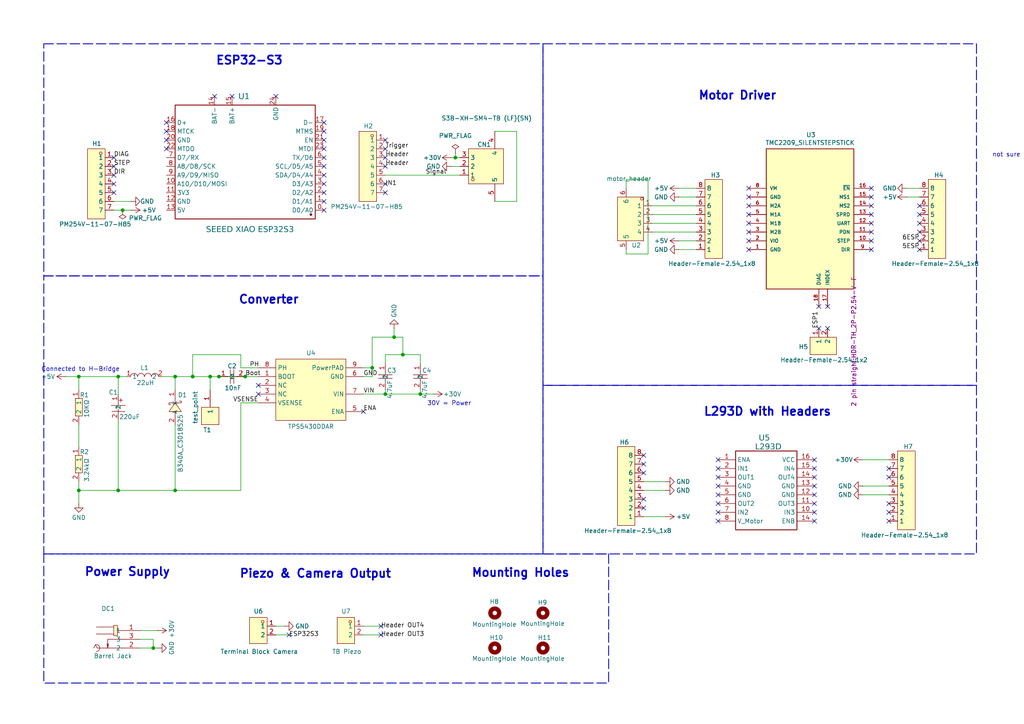
<source format=kicad_sch>
(kicad_sch (version 20231120) (generator "eeschema") (generator_version "8.0")
  (paper "A4")
  (lib_symbols
    (symbol "10kO resistor:MF1_4W-10KΩ±1%T52"
      (property "Reference" "R" (at 0 5.08 0))
      (property "Value" "MF1/4W-10KΩ±1% T52" (at 0 -5.08 0))
      (symbol "MF1_4W-10KΩ±1%T52_0_1"
        (rectangle (start -2.54 1.02) (end 2.54 -1.02) (fill (type background)))
        (pin unspecified line (at -5.08 0 0) (length 2.54) (name "1") (number "1"))
        (pin unspecified line (at 5.08 0 180) (length 2.54) (name "2") (number "2"))
      )
    )
    (symbol "10nF_Ceramic_Capacitor:CL10B103KB8NNNC"
      (property "Reference" "C" (at 0 5.08 0))
      (property "Value" "CL10B103KB8NNNC" (at 0 -5.08 0))
      (symbol "CL10B103KB8NNNC_0_1"
        (polyline (pts (xy -1.27 0) (xy -0.51 0)))
        (polyline (pts (xy -0.51 2.03) (xy -0.51 -2.03)))
        (polyline (pts (xy 0.51 0) (xy 1.27 0)))
        (polyline (pts (xy 0.51 2.03) (xy 0.51 -2.03)))
        (pin input line (at -3.81 0 0) (length 2.54) (name "1") (number "1"))
        (pin input line (at 3.81 0 180) (length 2.54) (name "2") (number "2"))
      )
    )
    (symbol "220u_Polarized_capacitor:10TPB220M"
      (property "Reference" "C" (at 0 5.08 0))
      (property "Value" "10TPB220M" (at 0 -5.08 0))
      (symbol "10TPB220M_0_1"
        (polyline (pts (xy -3.81 0.76) (xy -2.79 0.76)))
        (polyline (pts (xy -3.3 1.27) (xy -3.3 0.25)))
        (polyline (pts (xy -2.54 0) (xy -1.78 0)))
        (polyline (pts (xy -1.78 2.03) (xy -1.78 -2.03)))
        (polyline (pts (xy -0.76 0) (xy 0 0)))
        (arc (start 0.06 1.95) (mid -0.05 -2) (end -0.06 -1.83))
        (pin input line (at -5.08 0 0) (length 2.54) (name "1") (number "1"))
        (pin input line (at 2.54 0 180) (length 2.54) (name "2") (number "2"))
      )
    )
    (symbol "2_pin_header_straight:Header-Female-2.54_1x2"
      (property "Reference" "P" (at 0 6.35 0))
      (property "Value" "Header-Female-2.54_1x2" (at 0 -6.35 0))
      (symbol "Header-Female-2.54_1x2_0_1"
        (rectangle (start -1.27 3.81) (end 3.81 -3.81) (fill (type background)))
        (pin input line (at -3.81 1.27 0) (length 2.54) (name "1") (number "1"))
        (pin input line (at -3.81 -1.27 0) (length 2.54) (name "2") (number "2"))
      )
    )
    (symbol "3.24kO_Resistor:0603WAF3241T5E"
      (property "Reference" "R" (at 0 5.08 0))
      (property "Value" "0603WAF3241T5E" (at 0 -5.08 0))
      (symbol "0603WAF3241T5E_0_1"
        (rectangle (start -2.54 1.02) (end 2.54 -1.02) (fill (type background)))
        (pin input line (at -5.08 0 0) (length 2.54) (name "1") (number "1"))
        (pin input line (at 5.08 0 180) (length 2.54) (name "2") (number "2"))
      )
    )
    (symbol "3_pin_jst_xh:S3B-XH-SM4-TB(LF)(SN)"
      (property "Reference" "CN" (at 0 15.24 0))
      (property "Value" "S3B-XH-SM4-TB (LF)(SN)" (at 0 -15.24 0))
      (symbol "S3B-XH-SM4-TB(LF)(SN)_0_1"
        (rectangle (start -6.35 5.08) (end 3.81 -5.08) (fill (type background)))
        (circle (center -5.08 3.81) (radius 0.38))
        (pin unspecified line (at -8.89 2.54 0) (length 2.54) (name "1") (number "1"))
        (pin unspecified line (at -8.89 0 0) (length 2.54) (name "2") (number "2"))
        (pin unspecified line (at -8.89 -2.54 0) (length 2.54) (name "3") (number "3"))
        (pin unspecified line (at 1.27 -10.16 90) (length 5.08) (name "4") (number "4"))
        (pin unspecified line (at 1.27 10.16 270) (length 5.08) (name "5") (number "5"))
      )
    )
    (symbol "4.7u_Ceramic_capacitor:CL10A475KP8NNNC"
      (property "Reference" "C" (at 0 5.08 0))
      (property "Value" "CL10A475KP8NNNC" (at 0 -5.08 0))
      (symbol "CL10A475KP8NNNC_0_1"
        (polyline (pts (xy -1.27 0) (xy -0.51 0)))
        (polyline (pts (xy -0.51 2.03) (xy -0.51 -2.03)))
        (polyline (pts (xy 0.51 0) (xy 1.27 0)))
        (polyline (pts (xy 0.51 2.03) (xy 0.51 -2.03)))
        (pin input line (at -3.81 0 0) (length 2.54) (name "1") (number "1"))
        (pin input line (at 3.81 0 180) (length 2.54) (name "2") (number "2"))
      )
    )
    (symbol "4_pin_jst_xh:S4B-XH-SM4-TB-(LF)(SN)"
      (property "Reference" "U" (at 0 13.97 0))
      (property "Value" "S4B-XH-SM4-TB-(LF)(SN)" (at 0 -13.97 0))
      (symbol "S4B-XH-SM4-TB-(LF)(SN)_0_1"
        (rectangle (start -2.54 6.35) (end 5.08 -6.35) (fill (type background)))
        (circle (center -2.03 5.84) (radius 0.38))
        (pin unspecified line (at -5.08 3.81 0) (length 2.54) (name "1") (number "1"))
        (pin unspecified line (at -5.08 1.27 0) (length 2.54) (name "2") (number "2"))
        (pin unspecified line (at -5.08 -1.27 0) (length 2.54) (name "3") (number "3"))
        (pin unspecified line (at -5.08 -3.81 0) (length 2.54) (name "4") (number "4"))
        (pin unspecified line (at 2.54 -8.89 90) (length 2.54) (name "5") (number "5"))
        (pin unspecified line (at 2.54 8.89 270) (length 2.54) (name "6") (number "6"))
      )
    )
    (symbol "7_pin_header_straight:PM254V-11-07-H85"
      (property "Reference" "H" (at 0 12.7 0))
      (property "Value" "PM254V-11-07-H85" (at 0 -12.7 0))
      (symbol "PM254V-11-07-H85_0_1"
        (rectangle (start -2.54 10.16) (end 2.54 -10.16) (fill (type background)))
        (circle (center -1.27 8.89) (radius 0.38))
        (pin unspecified line (at -5.08 7.62 0) (length 2.54) (name "1") (number "1"))
        (pin unspecified line (at -5.08 5.08 0) (length 2.54) (name "2") (number "2"))
        (pin unspecified line (at -5.08 2.54 0) (length 2.54) (name "3") (number "3"))
        (pin unspecified line (at -5.08 0 0) (length 2.54) (name "4") (number "4"))
        (pin unspecified line (at -5.08 -2.54 0) (length 2.54) (name "5") (number "5"))
        (pin unspecified line (at -5.08 -5.08 0) (length 2.54) (name "6") (number "6"))
        (pin unspecified line (at -5.08 -7.62 0) (length 2.54) (name "7") (number "7"))
      )
    )
    (symbol "8_pin_header_sraights:Header-Female-2.54_1x8"
      (property "Reference" "P" (at 0 13.97 0))
      (property "Value" "Header-Female-2.54_1x8" (at 0 -13.97 0))
      (symbol "Header-Female-2.54_1x8_0_1"
        (rectangle (start -1.27 11.43) (end 3.81 -11.43) (fill (type background)))
        (pin input line (at -3.81 8.89 0) (length 2.54) (name "1") (number "1"))
        (pin input line (at -3.81 6.35 0) (length 2.54) (name "2") (number "2"))
        (pin input line (at -3.81 3.81 0) (length 2.54) (name "3") (number "3"))
        (pin input line (at -3.81 1.27 0) (length 2.54) (name "4") (number "4"))
        (pin input line (at -3.81 -1.27 0) (length 2.54) (name "5") (number "5"))
        (pin input line (at -3.81 -3.81 0) (length 2.54) (name "6") (number "6"))
        (pin input line (at -3.81 -6.35 0) (length 2.54) (name "7") (number "7"))
        (pin input line (at -3.81 -8.89 0) (length 2.54) (name "8") (number "8"))
      )
    )
    (symbol "Barrel_jack:DC-470-2.1GP"
      (property "Reference" "DC" (at 0 7.62 0))
      (property "Value" "DC-470-2.1GP" (at 0 -7.62 0))
      (symbol "DC-470-2.1GP_0_1"
        (arc (start -5.08 -3.56) (mid -4.0979 -2.54) (end -5.08 -1.52))
        (polyline (pts (xy -1.78 -2.54) (xy -1.52 -1.27)))
        (polyline (pts (xy 0 1.52) (xy -5.08 1.52)))
        (polyline (pts (xy 0 3.56) (xy -5.08 3.56)))
        (polyline (pts (xy 2.54 2.54) (xy 1.02 2.54)))
        (polyline (pts (xy 2.54 -2.54) (xy -4.83 -2.54) (xy -5.33 -1.52) (xy -5.84 -2.54)))
        (polyline (pts (xy 2.54 0) (xy -1.78 0) (xy -1.78 -2.54) (xy -2.03 -1.27)))
        (rectangle (start 0 4.06) (end 1.02 1.02) (fill (type background)))
        (pin unspecified line (at 7.62 2.54 180) (length 5.08) (name "1") (number "1"))
        (pin unspecified line (at 7.62 -2.54 180) (length 5.08) (name "2") (number "2"))
        (pin unspecified line (at 7.62 0 180) (length 5.08) (name "3") (number "3"))
      )
    )
    (symbol "L293D"
      (property "Reference" "U16" (at 11.7856 24.9809 0))
      (property "Value" "L293D" (at 10.4648 22.4409 0))
      (symbol "L293D_0_0"
        (rectangle (start 5.08 20.32) (end 22.86 -2.54) (stroke (width 0.254)))
        (pin unspecified line (at 0 17.78 0) (length 5.08) (name "ENA") (number "1"))
        (pin unspecified line (at 27.94 2.54 180) (length 5.08) (name "IN3") (number "10"))
        (pin unspecified line (at 27.94 5.08 180) (length 5.08) (name "OUT3") (number "11"))
        (pin unspecified line (at 27.94 7.62 180) (length 5.08) (name "GND") (number "12"))
        (pin unspecified line (at 27.94 10.16 180) (length 5.08) (name "GND") (number "13"))
        (pin unspecified line (at 27.94 0 180) (length 5.08) (name "ENB") (number "14"))
        (pin unspecified line (at 27.94 12.7 180) (length 5.08) (name "OUT4") (number "14"))
        (pin unspecified line (at 27.94 15.24 180) (length 5.08) (name "IN4") (number "15"))
        (pin unspecified line (at 27.94 17.78 180) (length 5.08) (name "VCC") (number "16"))
        (pin unspecified line (at 0 15.24 0) (length 5.08) (name "IN1") (number "2"))
        (pin unspecified line (at 0 12.7 0) (length 5.08) (name "OUT1") (number "3"))
        (pin unspecified line (at 0 10.16 0) (length 5.08) (name "GND") (number "4"))
        (pin unspecified line (at 0 7.62 0) (length 5.08) (name "GND") (number "5"))
        (pin unspecified line (at 0 5.08 0) (length 5.08) (name "OUT2") (number "6"))
        (pin unspecified line (at 0 2.54 0) (length 5.08) (name "IN2") (number "7"))
        (pin unspecified line (at 0 0 0) (length 5.08) (name "V_Motor") (number "8"))
      )
    )
    (symbol "Mechanical:MountingHole" (pin_names (offset 1.016)) (exclude_from_sim yes) (in_bom no)
      (property "Reference" "H8" (at 2.54 1.2701 0))
      (property "Value" "MountingHole" (at 2.54 -1.2699 0))
      (symbol "MountingHole_0_1"
        (circle (center 0 0) (radius 1.27) (stroke (width 1.27)))
      )
    )
    (symbol "Power_Diode:B340A_C3018525"
      (property "Reference" "D" (at 0 5.08 0))
      (property "Value" "B340A_C3018525" (at 0 -5.08 0))
      (symbol "B340A_C3018525_0_1"
        (polyline (pts (xy -1.27 0) (xy -2.54 0)))
        (polyline (pts (xy 2.54 0) (xy 1.27 0)))
        (polyline (pts (xy 1.27 1.78) (xy -1.27 0) (xy 1.27 -1.78) (xy 1.27 1.78)) (fill (type background)))
        (polyline (pts (xy -1.78 1.27) (xy -1.78 1.78) (xy -1.27 1.78) (xy -1.27 -1.78) (xy -0.76 -1.78) (xy -0.76 -1.27)))
        (pin unspecified line (at -5.08 0 0) (length 2.54) (name "K") (number "1"))
        (pin unspecified line (at 5.08 0 180) (length 2.54) (name "A") (number "2"))
      )
    )
    (symbol "Power_Inductor:PK0608-220MB"
      (property "Reference" "L" (at 0 5.08 0))
      (property "Value" "PK0608-220MB" (at 0 -5.08 0))
      (symbol "PK0608-220MB_0_1"
        (arc (start -2.04 0) (mid -3.05 0.9188) (end -4.06 0))
        (arc (start -0.01 0) (mid -1.02 0.9187) (end -2.03 0))
        (arc (start 2.02 0) (mid 1.01 0.9187) (end 0 0))
        (arc (start 4.06 0) (mid 3.045 0.9263) (end 2.03 0))
        (pin unspecified line (at -5.08 0 0) (length 1.016) (name "1") (number "1"))
        (pin unspecified line (at 5.08 0 180) (length 1.016) (name "2") (number "2"))
      )
    )
    (symbol "SEEED XIAO ESP32S3"
      (property "Reference" "U1" (at -1.27 -24.384 0))
      (property "Value" "SEEED XIAO ESP32S3" (at 12.446 14.224 0))
      (symbol "SEEED XIAO ESP32S3_0_0"
        (rectangle (start -20.32 10.16) (end 20.32 -22.86) (stroke (width 0.254)))
        (circle (center -19.05 8.89) (radius 0.254) (stroke (width 0.254)) (fill (type outline)))
        (pin unspecified line (at -22.86 7.62 0) (length 2.54) (name "D0/A0") (number "0"))
        (pin unspecified line (at -22.86 5.08 0) (length 2.54) (name "D1/A1") (number "1"))
        (pin unspecified line (at 22.86 0 180) (length 2.54) (name "A10/D10/MOSI") (number "10"))
        (pin power_in line (at 22.86 2.54 180) (length 2.54) (name "3V3") (number "11"))
        (pin unspecified line (at 22.86 5.08 180) (length 2.54) (name "GND") (number "12"))
        (pin unspecified line (at 22.86 7.62 180) (length 2.54) (name "5V") (number "13"))
        (pin unspecified line (at 8.89 -25.4 90) (length 2.54) (name "BAT-") (number "14"))
        (pin unspecified line (at 3.81 -25.4 90) (length 2.54) (name "BAT+") (number "15"))
        (pin unspecified line (at 22.86 -17.78 180) (length 2.54) (name "D+") (number "16"))
        (pin unspecified line (at -22.86 -17.78 0) (length 2.54) (name "D-") (number "17"))
        (pin unspecified line (at 22.86 -15.24 180) (length 2.54) (name "MTCK") (number "18"))
        (pin unspecified line (at -22.86 -15.24 0) (length 2.54) (name "MTMS") (number "19"))
        (pin unspecified line (at -22.86 2.54 0) (length 2.54) (name "D2/A2") (number "2"))
        (pin unspecified line (at 22.86 -12.7 180) (length 2.54) (name "GND") (number "20"))
        (pin unspecified line (at -22.86 -12.7 0) (length 2.54) (name "EN") (number "21"))
        (pin unspecified line (at 22.86 -10.16 180) (length 2.54) (name "MTDO") (number "22"))
        (pin unspecified line (at -22.86 -10.16 0) (length 2.54) (name "MTDI") (number "23"))
        (pin unspecified line (at -8.89 -25.4 90) (length 2.54) (name "GND") (number "24"))
        (pin unspecified line (at -22.86 0 0) (length 2.54) (name "D3/A3") (number "3"))
        (pin unspecified line (at -22.86 -2.54 0) (length 2.54) (name "SDA/D4/A4") (number "4"))
        (pin unspecified line (at -22.86 -5.08 0) (length 2.54) (name "SCL/D5/A5") (number "5"))
        (pin unspecified line (at -22.86 -7.62 0) (length 2.54) (name "TX/D6") (number "6"))
        (pin unspecified line (at 22.86 -7.62 180) (length 2.54) (name "D7/RX") (number "7"))
        (pin unspecified line (at 22.86 -5.08 180) (length 2.54) (name "A8/D8/SCK") (number "8"))
        (pin unspecified line (at 22.86 -2.54 180) (length 2.54) (name "A9/D9/MISO") (number "9"))
      )
    )
    (symbol "TMC2209_SILENT_MOTOR_DRIVER:TMC2209_SILENTSTEPSTICK" (pin_names (offset 1.016))
      (property "Reference" "U3" (at 9.652 25.654 0))
      (property "Value" "TMC2209_SILENTSTEPSTICK" (at 15.748 22.352 0))
      (symbol "TMC2209_SILENTSTEPSTICK_0_0"
        (rectangle (start -12.7 20.32) (end 12.7 -20.32) (stroke (width 0.254)) (fill (type background)))
        (pin power_in line (at 17.78 8.89 180) (length 5.08) (name "GND") (number "1"))
        (pin input line (at -17.78 6.35 0) (length 5.08) (name "STEP") (number "10"))
        (pin bidirectional line (at -17.78 3.81 0) (length 5.08) (name "PDN") (number "11"))
        (pin bidirectional line (at -17.78 1.27 0) (length 5.08) (name "UART") (number "12"))
        (pin input line (at -17.78 -1.27 0) (length 5.08) (name "SPRD") (number "13"))
        (pin input line (at -17.78 -3.81 0) (length 5.08) (name "MS2") (number "14"))
        (pin input line (at -17.78 -6.35 0) (length 5.08) (name "MS1") (number "15"))
        (pin input line (at -17.78 -8.89 0) (length 5.08) (name "~{EN}") (number "16"))
        (pin output line (at -5.08 25.4 270) (length 5.08) (name "INDEX") (number "17"))
        (pin output line (at -2.54 25.4 270) (length 5.08) (name "DIAG") (number "18"))
        (pin power_in line (at 17.78 6.35 180) (length 5.08) (name "VIO") (number "2"))
        (pin power_in line (at 17.78 -6.35 180) (length 5.08) (name "GND") (number "7"))
        (pin power_in line (at 17.78 -8.89 180) (length 5.08) (name "VM") (number "8"))
        (pin input line (at -17.78 8.89 0) (length 5.08) (name "DIR") (number "9"))
      )
      (symbol "TMC2209_SILENTSTEPSTICK_1_0"
        (pin output line (at 17.78 3.81 180) (length 5.08) (name "M2B") (number "3"))
        (pin output line (at 17.78 1.27 180) (length 5.08) (name "M1B") (number "4"))
        (pin output line (at 17.78 -1.27 180) (length 5.08) (name "M1A") (number "5"))
        (pin output line (at 17.78 -3.81 180) (length 5.08) (name "M2A") (number "6"))
      )
    )
    (symbol "Test_Point:RH-5000"
      (property "Reference" "U" (at 0 5.08 0))
      (property "Value" "RH-5000" (at 0 -5.08 0))
      (symbol "RH-5000_0_1"
        (rectangle (start -5.08 2.54) (end 0 -2.54) (fill (type background)))
        (pin unspecified line (at 5.08 0 180) (length 5.08) (name "1") (number "1"))
      )
    )
    (symbol "power:+28V" (power) (pin_numbers hide) (pin_names (offset 0) hide)
      (property "Value" "+28V" (at 0 3.556 0))
      (symbol "+28V_0_1"
        (polyline (pts (xy -0.762 1.27) (xy 0 2.54)))
        (polyline (pts (xy 0 0) (xy 0 2.54)))
        (polyline (pts (xy 0 2.54) (xy 0.762 1.27)))
      )
      (symbol "+28V_1_1"
        (pin power_in line (at 0 0 90) (length 0) (name "~") (number "1"))
      )
    )
    (symbol "power:+5V" (power) (pin_numbers hide) (pin_names (offset 0) hide)
      (property "Value" "+5V" (at 0 3.556 0))
      (symbol "+5V_0_1"
        (polyline (pts (xy -0.762 1.27) (xy 0 2.54)))
        (polyline (pts (xy 0 0) (xy 0 2.54)))
        (polyline (pts (xy 0 2.54) (xy 0.762 1.27)))
      )
      (symbol "+5V_1_1"
        (pin power_in line (at 0 0 90) (length 0) (name "~") (number "1"))
      )
    )
    (symbol "power:GND" (power) (pin_numbers hide) (pin_names (offset 0) hide)
      (property "Value" "GND" (at 0 -3.81 0))
      (symbol "GND_0_1"
        (polyline (pts (xy 0 0) (xy 0 -1.27) (xy 1.27 -1.27) (xy 0 -2.54) (xy -1.27 -1.27) (xy 0 -1.27)))
      )
      (symbol "GND_1_1"
        (pin power_in line (at 0 0 270) (length 0) (name "~") (number "1"))
      )
    )
    (symbol "power:PWR_FLAG" (power) (pin_numbers hide) (pin_names (offset 0) hide)
      (property "Value" "PWR_FLAG" (at 0 3.81 0))
      (symbol "PWR_FLAG_0_0"
        (pin power_out line (at 0 0 90) (length 0) (name "~") (number "1"))
      )
      (symbol "PWR_FLAG_0_1"
        (polyline (pts (xy 0 0) (xy 0 1.27) (xy -1.016 1.905) (xy 0 2.54) (xy 1.016 1.905) (xy 0 1.27)))
      )
    )
    (symbol "regulator_buck_TPS543x_new:TPS5430DDAR"
      (property "Reference" "U4" (at 0 10.668 0))
      (property "Value" "TPS5430DDAR" (at 0 -10.668 0))
      (symbol "TPS5430DDAR_0_1"
        (rectangle (start -10.16 8.89) (end 10.16 -8.89) (fill (type background)))
        (pin unspecified line (at -15.24 3.81 0) (length 5.08) (name "BOOT") (number "1"))
        (pin unspecified line (at -15.24 1.27 0) (length 5.08) (name "NC") (number "2"))
        (pin unspecified line (at -15.24 -1.27 0) (length 5.08) (name "NC") (number "3"))
        (pin unspecified line (at -15.24 -3.81 0) (length 5.08) (name "VSENSE") (number "4"))
        (pin unspecified line (at 15.24 -6.35 180) (length 5.08) (name "ENA") (number "5"))
        (pin unspecified line (at 15.24 3.81 180) (length 5.08) (name "GND") (number "6"))
        (pin unspecified line (at 15.24 -1.27 180) (length 5.08) (name "VIN") (number "7"))
        (pin unspecified line (at -15.24 6.35 0) (length 5.08) (name "PH") (number "8"))
        (pin unspecified line (at 15.24 6.35 180) (length 5.08) (name "PowerPAD") (number "9"))
      )
    )
    (symbol "terminal_block:2059-302_998-403"
      (property "Reference" "U" (at 0 6.35 0))
      (property "Value" "2059-302/998-403" (at 0 -6.35 0))
      (symbol "2059-302_998-403_0_1"
        (rectangle (start -2.54 3.81) (end 2.54 -3.81) (fill (type background)))
        (circle (center -1.27 2.54) (radius 0.38))
        (pin unspecified line (at -5.08 1.27 0) (length 2.54) (name "1") (number "1"))
        (pin unspecified line (at -5.08 -1.27 0) (length 2.54) (name "2") (number "2"))
      )
    )
  )
  (junction (at 50.8 142.24))
  (junction (at 116.84 102.87))
  (junction (at 55.88 109.22))
  (junction (at 111.76 114.3))
  (junction (at 114.3 97.79))
  (junction (at 44.45 187.96))
  (junction (at 71.12 109.22))
  (junction (at 34.29 109.22))
  (junction (at 34.29 142.24))
  (junction (at 35.56 60.96))
  (junction (at 60.96 109.22))
  (junction (at 22.86 142.24))
  (junction (at 132.08 45.72))
  (junction (at 50.8 109.22))
  (junction (at 121.92 114.3))
  (junction (at 22.86 109.22))
  (junction (at 107.95 106.68))
  (junction (at 63.5 109.22))
  (no_connect (at 93.98 45.72))
  (no_connect (at 237.49 95.25))
  (no_connect (at 111.76 40.64))
  (no_connect (at 33.02 50.8))
  (no_connect (at 252.73 72.39))
  (no_connect (at 208.28 148.59))
  (no_connect (at 240.03 95.25))
  (no_connect (at 217.17 64.77))
  (no_connect (at 257.81 146.05))
  (no_connect (at 110.49 181.61))
  (no_connect (at 266.7 62.23))
  (no_connect (at 74.93 114.3))
  (no_connect (at 208.28 133.35))
  (no_connect (at 236.22 143.51))
  (no_connect (at 111.76 55.88))
  (no_connect (at 217.17 59.69))
  (no_connect (at 236.22 151.13))
  (no_connect (at 252.73 54.61))
  (no_connect (at 186.69 144.78))
  (no_connect (at 236.22 138.43))
  (no_connect (at 111.76 48.26))
  (no_connect (at 93.98 60.96))
  (no_connect (at 93.98 50.8))
  (no_connect (at 236.22 148.59))
  (no_connect (at 236.22 135.89))
  (no_connect (at 48.26 43.18))
  (no_connect (at 208.28 135.89))
  (no_connect (at 83.82 184.15))
  (no_connect (at 208.28 143.51))
  (no_connect (at 208.28 151.13))
  (no_connect (at 186.69 147.32))
  (no_connect (at 48.26 35.56))
  (no_connect (at 217.17 57.15))
  (no_connect (at 48.26 38.1))
  (no_connect (at 93.98 48.26))
  (no_connect (at 252.73 59.69))
  (no_connect (at 217.17 72.39))
  (no_connect (at 111.76 53.34))
  (no_connect (at 111.76 45.72))
  (no_connect (at 252.73 64.77))
  (no_connect (at 257.81 138.43))
  (no_connect (at 236.22 146.05))
  (no_connect (at 80.01 27.94))
  (no_connect (at 257.81 151.13))
  (no_connect (at 111.76 43.18))
  (no_connect (at 217.17 54.61))
  (no_connect (at 252.73 69.85))
  (no_connect (at 266.7 59.69))
  (no_connect (at 208.28 138.43))
  (no_connect (at 257.81 135.89))
  (no_connect (at 257.81 148.59))
  (no_connect (at 186.69 137.16))
  (no_connect (at 237.49 88.9))
  (no_connect (at 48.26 40.64))
  (no_connect (at 266.7 69.85))
  (no_connect (at 252.73 67.31))
  (no_connect (at 252.73 62.23))
  (no_connect (at 217.17 67.31))
  (no_connect (at 93.98 43.18))
  (no_connect (at 266.7 72.39))
  (no_connect (at 93.98 55.88))
  (no_connect (at 208.28 146.05))
  (no_connect (at 93.98 38.1))
  (no_connect (at 110.49 184.15))
  (no_connect (at 236.22 140.97))
  (no_connect (at 93.98 40.64))
  (no_connect (at 33.02 45.72))
  (no_connect (at 105.41 119.38))
  (no_connect (at 33.02 48.26))
  (no_connect (at 67.31 27.94))
  (no_connect (at 266.7 67.31))
  (no_connect (at 62.23 27.94))
  (no_connect (at 236.22 133.35))
  (no_connect (at 74.93 111.76))
  (no_connect (at 266.7 64.77))
  (no_connect (at 93.98 53.34))
  (no_connect (at 186.69 134.62))
  (no_connect (at 208.28 140.97))
  (no_connect (at 240.03 88.9))
  (no_connect (at 217.17 62.23))
  (no_connect (at 93.98 35.56))
  (no_connect (at 33.02 55.88))
  (no_connect (at 186.69 132.08))
  (no_connect (at 33.02 53.34))
  (no_connect (at 217.17 69.85))
  (no_connect (at 93.98 58.42))
  (no_connect (at 252.73 57.15))
  (wire (pts (xy 35.56 60.96) (xy 38.1 60.96)))
  (wire (pts (xy 55.88 109.22) (xy 60.96 109.22)))
  (wire (pts (xy 181.61 73.66) (xy 181.61 72.39)))
  (wire (pts (xy 69.85 116.84) (xy 69.85 142.24)))
  (wire (pts (xy 105.41 106.68) (xy 107.95 106.68)))
  (wire (pts (xy 181.61 54.61) (xy 181.61 52.07)))
  (wire (pts (xy 250.19 143.51) (xy 257.81 143.51)))
  (wire (pts (xy 116.84 97.79) (xy 116.84 102.87)))
  (wire (pts (xy 69.85 106.68) (xy 69.85 102.87)))
  (wire (pts (xy 105.41 114.3) (xy 111.76 114.3)))
  (wire (pts (xy 105.41 109.22) (xy 107.95 109.22)))
  (wire (pts (xy 22.86 113.03) (xy 22.86 109.22)))
  (wire (pts (xy 69.85 102.87) (xy 55.88 102.87)))
  (wire (pts (xy 36.83 109.22) (xy 34.29 109.22)))
  (wire (pts (xy 107.95 97.79) (xy 114.3 97.79)))
  (wire (pts (xy 121.92 114.3) (xy 125.73 114.3)))
  (wire (pts (xy 114.3 95.25) (xy 114.3 97.79)))
  (wire (pts (xy 133.35 48.26) (xy 130.81 48.26)))
  (wire (pts (xy 133.35 50.8) (xy 111.76 50.8)))
  (wire (pts (xy 105.41 184.15) (xy 110.49 184.15)))
  (wire (pts (xy 22.86 142.24) (xy 34.29 142.24)))
  (wire (pts (xy 186.69 142.24) (xy 193.04 142.24)))
  (wire (pts (xy 250.19 133.35) (xy 257.81 133.35)))
  (wire (pts (xy 50.8 123.19) (xy 50.8 142.24)))
  (wire (pts (xy 250.19 140.97) (xy 257.81 140.97)))
  (wire (pts (xy 34.29 109.22) (xy 34.29 114.3)))
  (wire (pts (xy 111.76 114.3) (xy 121.92 114.3)))
  (wire (pts (xy 22.86 142.24) (xy 22.86 146.05)))
  (wire (pts (xy 50.8 113.03) (xy 50.8 109.22)))
  (wire (pts (xy 187.96 73.66) (xy 181.61 73.66)))
  (wire (pts (xy 19.05 109.22) (xy 22.86 109.22)))
  (wire (pts (xy 80.01 184.15) (xy 83.82 184.15)))
  (wire (pts (xy 46.99 109.22) (xy 50.8 109.22)))
  (wire (pts (xy 189.23 64.77) (xy 201.93 64.77)))
  (wire (pts (xy 80.01 181.61) (xy 82.55 181.61)))
  (wire (pts (xy 262.89 54.61) (xy 266.7 54.61)))
  (wire (pts (xy 69.85 116.84) (xy 74.93 116.84)))
  (wire (pts (xy 116.84 102.87) (xy 121.92 102.87)))
  (wire (pts (xy 201.93 57.15) (xy 196.85 57.15)))
  (wire (pts (xy 34.29 142.24) (xy 50.8 142.24)))
  (wire (pts (xy 50.8 109.22) (xy 55.88 109.22)))
  (wire (pts (xy 201.93 69.85) (xy 196.85 69.85)))
  (wire (pts (xy 34.29 121.92) (xy 34.29 142.24)))
  (wire (pts (xy 111.76 105.41) (xy 111.76 102.87)))
  (wire (pts (xy 121.92 102.87) (xy 121.92 105.41)))
  (wire (pts (xy 50.8 142.24) (xy 69.85 142.24)))
  (wire (pts (xy 22.86 129.54) (xy 22.86 123.19)))
  (wire (pts (xy 132.08 45.72) (xy 130.81 45.72)))
  (wire (pts (xy 111.76 113.03) (xy 111.76 114.3)))
  (wire (pts (xy 186.69 139.7) (xy 193.04 139.7)))
  (wire (pts (xy 181.61 52.07) (xy 187.96 52.07)))
  (wire (pts (xy 149.86 58.42) (xy 143.51 58.42)))
  (wire (pts (xy 45.72 187.96) (xy 44.45 187.96)))
  (wire (pts (xy 22.86 109.22) (xy 34.29 109.22)))
  (wire (pts (xy 187.96 52.07) (xy 187.96 73.66)))
  (wire (pts (xy 114.3 97.79) (xy 116.84 97.79)))
  (wire (pts (xy 40.64 185.42) (xy 44.45 185.42)))
  (wire (pts (xy 133.35 45.72) (xy 132.08 45.72)))
  (wire (pts (xy 60.96 113.03) (xy 60.96 109.22)))
  (wire (pts (xy 40.64 182.88) (xy 45.72 182.88)))
  (wire (pts (xy 44.45 187.96) (xy 40.64 187.96)))
  (wire (pts (xy 44.45 185.42) (xy 44.45 187.96)))
  (wire (pts (xy 189.23 62.23) (xy 201.93 62.23)))
  (wire (pts (xy 55.88 102.87) (xy 55.88 109.22)))
  (wire (pts (xy 105.41 181.61) (xy 110.49 181.61)))
  (wire (pts (xy 262.89 57.15) (xy 266.7 57.15)))
  (wire (pts (xy 149.86 38.1) (xy 149.86 58.42)))
  (wire (pts (xy 186.69 149.86) (xy 193.04 149.86)))
  (wire (pts (xy 22.86 139.7) (xy 22.86 142.24)))
  (wire (pts (xy 189.23 67.31) (xy 201.93 67.31)))
  (wire (pts (xy 121.92 113.03) (xy 121.92 114.3)))
  (wire (pts (xy 63.5 109.22) (xy 71.12 109.22)))
  (wire (pts (xy 201.93 72.39) (xy 196.85 72.39)))
  (wire (pts (xy 143.51 38.1) (xy 149.86 38.1)))
  (wire (pts (xy 132.08 44.45) (xy 132.08 45.72)))
  (wire (pts (xy 107.95 97.79) (xy 107.95 106.68)))
  (wire (pts (xy 189.23 59.69) (xy 201.93 59.69)))
  (wire (pts (xy 33.02 58.42) (xy 38.1 58.42)))
  (wire (pts (xy 111.76 102.87) (xy 116.84 102.87)))
  (wire (pts (xy 201.93 54.61) (xy 196.85 54.61)))
  (wire (pts (xy 33.02 60.96) (xy 35.56 60.96)))
  (wire (pts (xy 71.12 109.22) (xy 74.93 109.22)))
  (wire (pts (xy 60.96 109.22) (xy 63.5 109.22)))
  (wire (pts (xy 69.85 106.68) (xy 74.93 106.68)))
  (wire (pts (xy 107.95 109.22) (xy 107.95 106.68)))
  (rectangle (start 12.7 12.7) (end 157.48 80.01) (stroke (width 0.254) (type dash)))
  (rectangle (start 12.7 160.655) (end 176.53 198.12) (stroke (width 0.254) (type dash)))
  (rectangle (start 157.48 111.76) (end 283.21 160.655) (stroke (width 0.254) (type dash)))
  (rectangle (start 157.48 12.7) (end 283.21 111.76) (stroke (width 0.254) (type dash)))
  (rectangle (start 12.7 80.01) (end 157.48 160.655) (stroke (width 0.254) (type dash)))
  (text "Mounting Holes" (at 136.652 164.846 0) (effects (font (size 2.413 2.413) (thickness 0.4826) (bold yes)) (justify left top)))
  (text "30V = Power" (at 130.302 117.094 0) (effects (font (size 1.27 1.27))))
  (text "ESP32-S3" (at 62.484 16.256 0) (effects (font (size 2.413 2.413) (thickness 0.4826) (bold yes)) (justify left top)))
  (text "Converter" (at 69.088 85.598 0) (effects (font (size 2.413 2.413) (thickness 0.4826) (bold yes)) (justify left top)))
  (text "Motor Driver" (at 202.438 26.416 0) (effects (font (size 2.413 2.413) (thickness 0.4826) (bold yes)) (justify left top)))
  (text "Piezo & Camera Output" (at 69.342 165.1 0) (effects (font (size 2.413 2.413) (thickness 0.4826) (bold yes)) (justify left top)))
  (text "Connected to H-Bridge" (at 23.368 107.188 0) (effects (font (size 1.27 1.27))))
  (text "L293D with Headers" (at 203.962 118.11 0) (effects (font (size 2.413 2.413) (thickness 0.4826) (bold yes)) (justify left top)))
  (text "not sure about GND & %V" (at 300.482 44.958 0) (effects (font (size 1.27 1.27))))
  (text "Power Supply" (at 24.384 164.592 0) (effects (font (size 2.413 2.413) (thickness 0.4826) (bold yes)) (justify left top)))
  (label "Header" (at 111.76 45.72 0))
  (label "ESP1" (at 237.49 95.25 90))
  (label "Trigger" (at 111.76 43.18 0))
  (label "Boot" (at 71.12 109.22 0))
  (label "GND" (at 105.41 109.22 0))
  (label "Header" (at 111.76 48.26 0))
  (label "VSENSE" (at 74.93 116.84 180))
  (label "Header OUT3" (at 110.49 184.15 0))
  (label "IN1" (at 111.76 53.34 0))
  (label "ENA" (at 105.41 119.38 0))
  (label "Header OUT4" (at 110.49 181.61 0))
  (label "DIAG" (at 33.02 45.72 0))
  (label "STEP" (at 33.02 48.26 0))
  (label "5ESP" (at 266.7 72.39 180))
  (label "6ESP" (at 266.7 69.85 180))
  (label "DIR" (at 33.02 50.8 0))
  (label "PH" (at 72.39 106.68 0))
  (label "VIN" (at 105.41 114.3 0))
  (label "ESP32S3" (at 83.82 184.15 0))
  (label "Signal" (at 129.54 50.8 180))
  (symbol (lib_id "8_pin_header_sraights:Header-Female-2.54_1x8") (at 182.88 140.97 180) (unit 1)
    (property "Reference" "H6" (at 181.102 128.27 0))
    (property "Value" "Header-Female-2.54_1x8" (at 182.118 153.924 0))
    (property "Footprint" "8 pin straight:HDR-TH_8P-P2.54-V-F-1" (effects (hide yes)))
    (property "Datasheet" "https://lcsc.com/product-detail/Female-Header_2-54mm-1-8P-Straight-Female-header_C27438.html" (effects (hide yes)))
    (property "LCSC Part" "C27438" (effects (hide yes)))
  )
  (symbol (lib_id "power:+28V") (at 250.19 133.35 90) (mirror x) (unit 1)
    (property "Reference" "#PWR010" (effects (hide yes)))
    (property "Value" "+30V" (at 247.396 133.35 90) (effects (justify left)))
    (property "Description" "Power symbol creates a global label with name \"+28V\"" (effects (hide yes)))
  )
  (symbol (lib_id "8_pin_header_sraights:Header-Female-2.54_1x8") (at 205.74 63.5 0) (mirror x) (unit 1)
    (property "Reference" "H3" (at 207.518 50.8 0))
    (property "Value" "Header-Female-2.54_1x8" (at 206.502 76.454 0))
    (property "Footprint" "8 pin straight:HDR-TH_8P-P2.54-V-F-1" (effects (hide yes)))
    (property "Datasheet" "https://lcsc.com/product-detail/Female-Header_2-54mm-1-8P-Straight-Female-header_C27438.html" (effects (hide yes)))
    (property "LCSC Part" "C27438" (effects (hide yes)))
  )
  (symbol (lib_id "power:GND") (at 250.19 143.51 270) (mirror x) (unit 1)
    (property "Reference" "#PWR014" (effects (hide yes)))
    (property "Value" "GND" (at 247.142 143.51 90) (effects (justify right)))
    (property "Description" "Power symbol creates a global label with name \"GND\" , ground" (effects (hide yes)))
  )
  (symbol (lib_id "10nF_Ceramic_Capacitor:CL10B103KB8NNNC") (at 67.31 109.22 0) (unit 1)
    (property "Reference" "C2" (at 67.31 106.172 0))
    (property "Value" "10nF" (at 67.564 112.522 0))
    (property "Footprint" "10nF Capacitors:C0603" (effects (hide yes)))
    (property "Datasheet" "https://lcsc.com/product-detail/Multilayer-Ceramic-Capacitors-MLCC-SMD-SMT_SAMSUNG_CL10B103KB8NNNC_10nF-103-10-50V_C1589.html" (effects (hide yes)))
    (property "LCSC Part" "C1589" (effects (hide yes)))
  )
  (symbol (lib_id "3_pin_jst_xh:S3B-XH-SM4-TB(LF)(SN)") (at 142.24 48.26 0) (mirror x) (unit 1)
    (property "Reference" "CN1" (at 138.43 41.91 0) (effects (justify left)))
    (property "Value" "S3B-XH-SM4-TB (LF)(SN)" (at 128.016 34.29 0) (effects (justify left)))
    (property "Footprint" "3 Pin JST:CONN-TH_S3B-XH-SM4-TB-LF-SN" (effects (hide yes)))
    (property "Datasheet" "https://lcsc.com/product-detail/XH-Connectors_JST_S3B-XH-SM4-TB-LF-SN_XHsocket-1-3P-SMD-pitch2-5mm_C161860.html" (effects (hide yes)))
    (property "LCSC Part" "C161860" (effects (hide yes)))
  )
  (symbol (lib_id "regulator_buck_TPS543x_new:TPS5430DDAR") (at 90.17 113.03 0) (unit 1)
    (property "Reference" "U4" (at 90.17 102.362 0))
    (property "Value" "TPS5430DDAR" (at 90.17 123.698 0))
    (property "Footprint" "DC-DC Convertors:ESOP-8_L4.9-W3.9-P1.27-LS6.0-TL-EP" (effects (hide yes)))
    (property "Datasheet" "https://lcsc.com/product-detail/DC-DC-Converters_TI_TPS5430DDAR_TPS5430DDAR_C9864.html" (effects (hide yes)))
    (property "LCSC Part" "C9864" (effects (hide yes)))
  )
  (symbol (lib_id "power:GND") (at 45.72 187.96 90) (unit 1)
    (property "Reference" "#PWR020" (effects (hide yes)))
    (property "Value" "GND" (at 49.784 187.96 0))
    (property "Description" "Power symbol creates a global label with name \"GND\" , ground" (effects (hide yes)))
  )
  (symbol (lib_id "Mechanical:MountingHole") (at 143.51 187.96 0) (unit 1) (exclude_from_sim yes) (in_bom no)
    (property "Reference" "H10" (at 141.986 184.912 0) (effects (justify left)))
    (property "Value" "MountingHole" (at 136.906 191.008 0) (effects (justify left)))
    (property "Footprint" "MountingHole:MountingHole_3.2mm_M3" (effects (hide yes)))
    (property "Description" "Mounting Hole without connection" (effects (hide yes)))
  )
  (symbol (lib_id "L293D") (at 208.28 151.13 0) (unit 0)
    (property "Reference" "U5" (at 220.0656 126.1491 0) (effects (font (size 1.6891 1.6891)) (justify left top)))
    (property "Value" "L293D" (at 218.7448 128.6891 0) (effects (font (size 1.6891 1.6891)) (justify left top)))
  )
  (symbol (lib_id "power:GND") (at 196.85 72.39 270) (unit 1)
    (property "Reference" "#PWR025" (effects (hide yes)))
    (property "Value" "GND" (at 193.802 72.39 90) (effects (justify right)))
    (property "Description" "Power symbol creates a global label with name \"GND\" , ground" (effects (hide yes)))
  )
  (symbol (lib_id "power:GND") (at 38.1 58.42 90) (mirror x) (unit 1)
    (property "Reference" "#PWR019" (effects (hide yes)))
    (property "Value" "GND" (at 42.672 58.42 90))
    (property "Description" "Power symbol creates a global label with name \"GND\" , ground" (effects (hide yes)))
  )
  (symbol (lib_id "power:+5V") (at 193.04 149.86 270) (unit 1)
    (property "Reference" "#PWR029" (effects (hide yes)))
    (property "Value" "+5V" (at 196.088 149.86 90) (effects (justify left)))
    (property "Description" "Power symbol creates a global label with name \"+5V\"" (effects (hide yes)))
  )
  (symbol (lib_id "power:GND") (at 114.3 95.25 180) (unit 1)
    (property "Reference" "#PWR03" (effects (hide yes)))
    (property "Value" "GND" (at 114.3 92.202 90) (effects (justify right)))
    (property "Description" "Power symbol creates a global label with name \"GND\" , ground" (effects (hide yes)))
  )
  (symbol (lib_id "power:GND") (at 262.89 54.61 270) (mirror x) (unit 1)
    (property "Reference" "#PWR013" (effects (hide yes)))
    (property "Value" "GND" (at 260.096 54.61 90) (effects (justify right)))
    (property "Description" "Power symbol creates a global label with name \"GND\" , ground" (effects (hide yes)))
  )
  (symbol (lib_id "power:+5V") (at 196.85 69.85 90) (unit 1)
    (property "Reference" "#PWR015" (effects (hide yes)))
    (property "Value" "+5V" (at 193.802 69.85 90) (effects (justify left)))
    (property "Description" "Power symbol creates a global label with name \"+5V\"" (effects (hide yes)))
  )
  (symbol (lib_id "power:GND") (at 22.86 146.05 0) (unit 1)
    (property "Reference" "#PWR05" (effects (hide yes)))
    (property "Value" "GND" (at 22.86 150.114 0))
    (property "Description" "Power symbol creates a global label with name \"GND\" , ground" (effects (hide yes)))
  )
  (symbol (lib_id "power:GND") (at 193.04 139.7 90) (unit 1)
    (property "Reference" "#PWR027" (effects (hide yes)))
    (property "Value" "GND" (at 196.088 139.7 90) (effects (justify right)))
    (property "Description" "Power symbol creates a global label with name \"GND\" , ground" (effects (hide yes)))
  )
  (symbol (lib_id "Power_Inductor:PK0608-220MB") (at 41.91 109.22 0) (unit 1)
    (property "Reference" "L1" (at 41.91 106.68 0))
    (property "Value" "22uH" (at 42.164 110.998 0))
    (property "Footprint" "Power Inductor:IND-TH_BD7.0-P2.50-D0.7" (effects (hide yes)))
    (property "Datasheet" "https://lcsc.com/product-detail/Radial-Inductor-TH_Shun-Xiang-Nuo-Elec-PK0608-220MB_C400298.html" (effects (hide yes)))
    (property "LCSC Part" "C400298" (effects (hide yes)))
  )
  (symbol (lib_id "power:GND") (at 130.81 48.26 270) (unit 1)
    (property "Reference" "#PWR09" (effects (hide yes)))
    (property "Value" "GND" (at 127.762 48.26 90) (effects (justify right)))
    (property "Description" "Power symbol creates a global label with name \"GND\" , ground" (effects (hide yes)))
  )
  (symbol (lib_id "power:+28V") (at 130.81 45.72 90) (unit 1)
    (property "Reference" "#PWR08" (effects (hide yes)))
    (property "Value" "+30V" (at 128.016 45.72 90) (effects (justify left)))
    (property "Description" "Power symbol creates a global label with name \"+28V\"" (effects (hide yes)))
  )
  (symbol (lib_id "Power_Diode:B340A_C3018525") (at 50.8 118.11 270) (unit 1)
    (property "Reference" "D1" (at 51.562 114.554 90) (effects (justify left)))
    (property "Value" "B340A_C3018525" (at 52.324 120.142 0) (effects (justify left)))
    (property "Footprint" "Diode:SMA_L4.3-W2.6-LS5.0-RD" (effects (hide yes)))
    (property "LCSC Part" "C3018525" (effects (hide yes)))
  )
  (symbol (lib_id "Mechanical:MountingHole") (at 157.48 187.96 0) (unit 1) (exclude_from_sim yes) (in_bom no)
    (property "Reference" "H11" (at 155.956 184.912 0) (effects (justify left)))
    (property "Value" "MountingHole" (at 150.876 191.008 0) (effects (justify left)))
    (property "Footprint" "MountingHole:MountingHole_3.2mm_M3" (effects (hide yes)))
    (property "Description" "Mounting Hole without connection" (effects (hide yes)))
  )
  (symbol (lib_id "4_pin_jst_xh:S4B-XH-SM4-TB-(LF)(SN)") (at 184.15 63.5 0) (mirror y) (unit 1)
    (property "Reference" "U2" (at 185.928 71.12 0) (effects (justify left)))
    (property "Value" "motor_header" (at 188.976 51.816 0) (effects (justify left)))
    (property "Footprint" "4 Pin JST:CONN-SMD_S4B-XH-SM4-TB-LF-SN" (effects (hide yes)))
    (property "Datasheet" "https://lcsc.com/product-detail/XH-Connectors_JST_S4B-XH-SM4-TB-LF-SN_XHsocket-1-4P-SMD-pitch2-5mm_C161861.html" (effects (hide yes)))
    (property "LCSC Part" "C161861" (effects (hide yes)))
  )
  (symbol (lib_id "Mechanical:MountingHole") (at 157.48 177.8 0) (unit 1) (exclude_from_sim yes) (in_bom no)
    (property "Reference" "H9" (at 155.956 174.752 0) (effects (justify left)))
    (property "Value" "MountingHole" (at 150.876 180.848 0) (effects (justify left)))
    (property "Footprint" "MountingHole:MountingHole_3.2mm_M3" (effects (hide yes)))
    (property "Description" "Mounting Hole without connection" (effects (hide yes)))
  )
  (symbol (lib_id "Mechanical:MountingHole") (at 143.51 177.8 0) (unit 1) (exclude_from_sim yes) (in_bom no)
    (property "Reference" "H8" (at 141.986 174.498 0) (effects (justify left)))
    (property "Value" "MountingHole" (at 136.906 181.102 0) (effects (justify left)))
    (property "Footprint" "MountingHole:MountingHole_3.2mm_M3" (effects (hide yes)))
    (property "Description" "Mounting Hole without connection" (effects (hide yes)))
  )
  (symbol (lib_id "power:GND") (at 196.85 57.15 270) (unit 1)
    (property "Reference" "#PWR026" (effects (hide yes)))
    (property "Value" "GND" (at 193.802 57.15 90) (effects (justify right)))
    (property "Description" "Power symbol creates a global label with name \"GND\" , ground" (effects (hide yes)))
  )
  (symbol (lib_id "power:PWR_FLAG") (at 35.56 60.96 180) (unit 1)
    (property "Reference" "#FLG03" (effects (hide yes)))
    (property "Value" "PWR_FLAG" (at 42.164 63.246 0))
    (property "Description" "Special symbol for telling ERC where power comes from" (effects (hide yes)))
  )
  (symbol (lib_id "power:+5V") (at 196.85 54.61 90) (unit 1)
    (property "Reference" "#PWR024" (effects (hide yes)))
    (property "Value" "+5V" (at 193.802 54.61 90) (effects (justify left)))
    (property "Description" "Power symbol creates a global label with name \"+5V\"" (effects (hide yes)))
  )
  (symbol (lib_id "terminal_block:2059-302_998-403") (at 100.33 182.88 0) (mirror y) (unit 1)
    (property "Reference" "U7" (at 100.33 177.292 0))
    (property "Value" "TB Piezo" (at 100.584 188.976 0))
    (property "Footprint" "Terminal_block:CONN-SMD_2059-302" (effects (hide yes)))
    (property "LCSC Part" "C2765060" (effects (hide yes)))
  )
  (symbol (lib_id "7_pin_header_straight:PM254V-11-07-H85") (at 106.68 48.26 0) (mirror y) (unit 1)
    (property "Reference" "H2" (at 108.204 36.576 0) (effects (justify left)))
    (property "Value" "PM254V-11-07-H85" (at 116.84 59.944 0) (effects (justify left)))
    (property "Footprint" "7 pin straight:HDR-TH_7P-P2.54-V-F" (effects (hide yes)))
    (property "LCSC Part" "C2832270" (effects (hide yes)))
  )
  (symbol (lib_id "2_pin_header_straight:Header-Female-2.54_1x2") (at 238.76 99.06 90) (mirror x) (unit 1)
    (property "Reference" "H5" (at 231.648 100.584 90) (effects (justify right)))
    (property "Value" "Header-Female-2.54_1x2" (at 226.314 104.394 90) (effects (justify right)))
    (property "Footprint" "2 pin straight:HDR-TH_2P-P2.54-V-F" (at 247.65 99.06 0))
    (property "Datasheet" "https://lcsc.com/product-detail/Female-Header_2-54-1-2PFemale_C49661.html" (effects (hide yes)))
    (property "LCSC Part" "C49661" (effects (hide yes)))
  )
  (symbol (lib_id "SEEED XIAO ESP32S3") (at 71.12 53.34 180) (unit 1)
    (property "Reference" "U1" (at 72.39 28.956 0) (effects (font (size 1.6891 1.6891)) (justify left top)))
    (property "Value" "SEEED XIAO ESP32S3" (at 58.674 67.564 0) (effects (font (size 1.6891 1.6891)) (justify right top)))
    (property "Manufacturer Part" "Xiao" (effects (hide yes)))
    (property "Manufacturer" "Seeeduino" (effects (hide yes)))
    (property "Supplier" "Amazon" (effects (hide yes)))
  )
  (symbol (lib_id "power:+5V") (at 262.89 57.15 90) (mirror x) (unit 1)
    (property "Reference" "#PWR012" (effects (hide yes)))
    (property "Value" "+5V" (at 260.096 57.15 90) (effects (justify left)))
    (property "Description" "Power symbol creates a global label with name \"+5V\"" (effects (hide yes)))
  )
  (symbol (lib_id "power:+28V") (at 45.72 182.88 270) (unit 1)
    (property "Reference" "#PWR021" (effects (hide yes)))
    (property "Value" "+30V" (at 49.784 179.832 0) (effects (justify left)))
    (property "Description" "Power symbol creates a global label with name \"+28V\"" (effects (hide yes)))
  )
  (symbol (lib_id "3.24kO_Resistor:0603WAF3241T5E") (at 22.86 134.62 270) (unit 1)
    (property "Reference" "R2" (at 23.114 131.064 90) (effects (justify left)))
    (property "Value" "3.24kΩ" (at 25.146 132.842 0) (effects (justify left)))
    (property "Footprint" "3.24kO SM Resistor:R0603" (effects (hide yes)))
    (property "Datasheet" "https://lcsc.com/product-detail/Chip-Resistor-Surface-Mount-UniOhm_3-24KR-3241-1_C22994.html" (effects (hide yes)))
    (property "LCSC Part" "C22994" (effects (hide yes)))
  )
  (symbol (lib_id "4.7u_Ceramic_capacitor:CL10A475KP8NNNC") (at 121.92 109.22 270) (unit 1)
    (property "Reference" "C4" (at 122.428 107.442 90) (effects (justify left)))
    (property "Value" "4.7uF" (at 123.19 110.236 0) (effects (justify left)))
    (property "Footprint" "4.7mu Capacitors:C0603" (effects (hide yes)))
    (property "Datasheet" "https://lcsc.com/product-detail/Multilayer-Ceramic-Capacitors-MLCC-SMD-SMT_SAMSUNG_CL10A475KP8NNNC_4-7uF-475-10-10V_C1705.html" (effects (hide yes)))
    (property "LCSC Part" "C1705" (effects (hide yes)))
  )
  (symbol (lib_id "7_pin_header_straight:PM254V-11-07-H85") (at 27.94 53.34 0) (mirror y) (unit 1)
    (property "Reference" "H1" (at 29.464 41.656 0) (effects (justify left)))
    (property "Value" "PM254V-11-07-H85" (at 38.1 65.024 0) (effects (justify left)))
    (property "Footprint" "7 pin straight:HDR-TH_7P-P2.54-V-F" (effects (hide yes)))
    (property "LCSC Part" "C2832270" (effects (hide yes)))
  )
  (symbol (lib_id "power:GND") (at 82.55 181.61 90) (unit 1)
    (property "Reference" "#PWR02" (effects (hide yes)))
    (property "Value" "GND" (at 85.598 181.61 90) (effects (justify right)))
    (property "Description" "Power symbol creates a global label with name \"GND\" , ground" (effects (hide yes)))
  )
  (symbol (lib_id "Barrel_jack:DC-470-2.1GP") (at 33.02 185.42 0) (unit 1)
    (property "Reference" "DC1" (at 31.37 176.53 0))
    (property "Value" "Barrel Jack" (at 32.766 190.246 0))
    (property "Footprint" "Power:DC-IN-TH_DC-470-2.1GP" (effects (hide yes)))
    (property "Datasheet" "https://lcsc.com/product-detail/Power-Connectors_GANGYUAN-DC-470-2-1GP_C194407.html" (effects (hide yes)))
    (property "LCSC Part" "C194407" (effects (hide yes)))
  )
  (symbol (lib_id "8_pin_header_sraights:Header-Female-2.54_1x8") (at 270.51 63.5 0) (mirror x) (unit 1)
    (property "Reference" "H4" (at 272.288 50.8 0))
    (property "Value" "Header-Female-2.54_1x8" (at 271.272 76.454 0))
    (property "Footprint" "8 pin straight:HDR-TH_8P-P2.54-V-F-1" (effects (hide yes)))
    (property "Datasheet" "https://lcsc.com/product-detail/Female-Header_2-54mm-1-8P-Straight-Female-header_C27438.html" (effects (hide yes)))
    (property "LCSC Part" "C27438" (effects (hide yes)))
  )
  (symbol (lib_id "Test_Point:RH-5000") (at 60.96 118.11 270) (mirror x) (unit 1)
    (property "Reference" "T1" (at 58.928 124.714 90) (effects (justify left)))
    (property "Value" "test_point" (at 56.642 122.936 0) (effects (justify left)))
    (property "Footprint" "test point:TEST-TH_BD2.54-P1.4_RED" (effects (hide yes)))
    (property "LCSC Part" "C5277086" (effects (hide yes)))
  )
  (symbol (lib_id "power:PWR_FLAG") (at 132.08 44.45 0) (unit 1)
    (property "Reference" "#FLG01" (effects (hide yes)))
    (property "Value" "PWR_FLAG" (at 132.08 39.37 0))
    (property "Description" "Special symbol for telling ERC where power comes from" (effects (hide yes)))
  )
  (symbol (lib_id "power:GND") (at 250.19 140.97 270) (mirror x) (unit 1)
    (property "Reference" "#PWR011" (effects (hide yes)))
    (property "Value" "GND" (at 247.142 140.97 90) (effects (justify right)))
    (property "Description" "Power symbol creates a global label with name \"GND\" , ground" (effects (hide yes)))
  )
  (symbol (lib_id "4.7u_Ceramic_capacitor:CL10A475KP8NNNC") (at 111.76 109.22 270) (unit 1)
    (property "Reference" "C3" (at 112.268 107.442 90) (effects (justify left)))
    (property "Value" "4.7uF" (at 113.03 110.236 0) (effects (justify left)))
    (property "Footprint" "4.7mu Capacitors:C0603" (effects (hide yes)))
    (property "Datasheet" "https://lcsc.com/product-detail/Multilayer-Ceramic-Capacitors-MLCC-SMD-SMT_SAMSUNG_CL10A475KP8NNNC_4-7uF-475-10-10V_C1705.html" (effects (hide yes)))
    (property "LCSC Part" "C1705" (effects (hide yes)))
  )
  (symbol (lib_id "220u_Polarized_capacitor:10TPB220M") (at 34.29 119.38 270) (unit 1)
    (property "Reference" "C1" (at 31.496 113.792 90) (effects (justify left)))
    (property "Value" "220uF" (at 34.544 120.904 90) (effects (justify left)))
    (property "Footprint" "220u polarized capacitor:CAP-SMD_L7.3-W4.3-FD" (effects (hide yes)))
    (property "Datasheet" "https://lcsc.com/product-detail/Others_PANASONIC_10TPB220M_PANASONIC-10TPB220M_C242173.html" (effects (hide yes)))
    (property "LCSC Part" "C242173" (effects (hide yes)))
  )
  (symbol (lib_id "power:+28V") (at 125.73 114.3 270) (unit 1)
    (property "Reference" "#PWR016" (effects (hide yes)))
    (property "Value" "+30V" (at 128.524 114.3 90) (effects (justify left)))
    (property "Description" "Power symbol creates a global label with name \"+28V\"" (effects (hide yes)))
  )
  (symbol (lib_id "10kO resistor:MF1_4W-10KΩ±1%T52") (at 22.86 118.11 270) (unit 1)
    (property "Reference" "R1" (at 23.114 114.554 90) (effects (justify left)))
    (property "Value" "10KΩ" (at 25.146 115.824 0) (effects (justify left)))
    (property "Footprint" "10kO resistor:RES-TH_BD2.3-L6.5-P10.50-D0.5" (effects (hide yes)))
    (property "Datasheet" "https://lcsc.com/product-detail/Metal-Film-Resistor-TH_10KR-1002-1_C119347.html" (effects (hide yes)))
    (property "LCSC Part" "C119347" (effects (hide yes)))
  )
  (symbol (lib_id "power:GND") (at 193.04 142.24 90) (unit 1)
    (property "Reference" "#PWR028" (effects (hide yes)))
    (property "Value" "GND" (at 196.088 142.24 90) (effects (justify right)))
    (property "Description" "Power symbol creates a global label with name \"GND\" , ground" (effects (hide yes)))
  )
  (symbol (lib_id "terminal_block:2059-302_998-403") (at 74.93 182.88 0) (mirror y) (unit 1)
    (property "Reference" "U6" (at 74.93 177.292 0))
    (property "Value" "Terminal Block Camera" (at 75.184 188.976 0))
    (property "Footprint" "Terminal_block:CONN-SMD_2059-302" (effects (hide yes)))
    (property "LCSC Part" "C2765060" (effects (hide yes)))
  )
  (symbol (lib_id "power:+5V") (at 38.1 60.96 270) (mirror x) (unit 1)
    (property "Reference" "#PWR018" (effects (hide yes)))
    (property "Value" "+5V" (at 41.148 60.96 90) (effects (justify left)))
    (property "Description" "Power symbol creates a global label with name \"+5V\"" (effects (hide yes)))
  )
  (symbol (lib_id "TMC2209_SILENT_MOTOR_DRIVER:TMC2209_SILENTSTEPSTICK") (at 234.95 63.5 180) (unit 1)
    (property "Reference" "U3" (at 235.204 39.116 0))
    (property "Value" "TMC2209_SILENTSTEPSTICK" (at 234.95 41.402 0))
    (property "Footprint" "TMC2209_SILENTSTEPSTICK:MODULE_TMC2209_SILENTSTEPSTICK" (effects (hide yes)))
    (property "MF" "Trinamic Motion Control GmbH" (effects (hide yes)))
    (property "Description_1" "\nTMC2209 Motor Controller/Driver Power Management Evaluation Board\n" (effects (hide yes)))
    (property "Package" "None" (effects (hide yes)))
    (property "Price" "None" (effects (hide yes)))
    (property "Check_prices" "https://www.snapeda.com/parts/TMC2209%20SILENTSTEPSTICK/Trinamic+Motion+Control+GmbH/view-part/?ref=eda" (effects (hide yes)))
    (property "STANDARD" "Manufacturer Recommendations" (effects (hide yes)))
    (property "PARTREV" "1.20" (effects (hide yes)))
    (property "SnapEDA_Link" "https://www.snapeda.com/parts/TMC2209%20SILENTSTEPSTICK/Trinamic+Motion+Control+GmbH/view-part/?ref=snap" (effects (hide yes)))
    (property "MP" "TMC2209 SILENTSTEPSTICK" (effects (hide yes)))
    (property "MANUFACTURER" "Trinamic Motion Control GmbH" (effects (hide yes)))
    (property "Availability" "In Stock" (effects (hide yes)))
    (property "SNAPEDA_PN" "TMC2209 SILENTSTEPSTICK" (effects (hide yes)))
  )
  (symbol (lib_id "power:+5V") (at 19.05 109.22 90) (unit 1)
    (property "Reference" "#PWR017" (effects (hide yes)))
    (property "Value" "+5V" (at 16.002 109.22 90) (effects (justify left)))
    (property "Description" "Power symbol creates a global label with name \"+5V\"" (effects (hide yes)))
  )
  (symbol (lib_id "8_pin_header_sraights:Header-Female-2.54_1x8") (at 261.62 142.24 0) (mirror x) (unit 1)
    (property "Reference" "H7" (at 263.398 129.54 0))
    (property "Value" "Header-Female-2.54_1x8" (at 262.382 155.194 0))
    (property "Footprint" "8 pin straight:HDR-TH_8P-P2.54-V-F-1" (effects (hide yes)))
    (property "Datasheet" "https://lcsc.com/product-detail/Female-Header_2-54mm-1-8P-Straight-Female-header_C27438.html" (effects (hide yes)))
    (property "LCSC Part" "C27438" (effects (hide yes)))
  )
)
</source>
